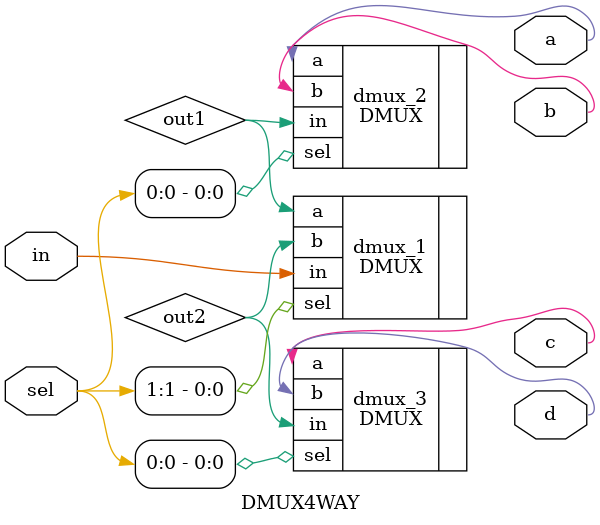
<source format=v>
module DMUX4WAY (
    input in, 
    input [1:0] sel,
    output a, b, c, d
);
    wire out1, out2;
    DMUX dmux_1 (
        .in(in),
        .sel(sel[1]),
        .a(out1),
        .b(out2)
    );
    DMUX dmux_2 (
        .in(out1),
        .sel(sel[0]),
        .a(a),
        .b(b)
    );
    DMUX dmux_3 (
        .in(out2),
        .sel(sel[0]),
        .a(c),
        .b(d)
    );
    
endmodule
</source>
